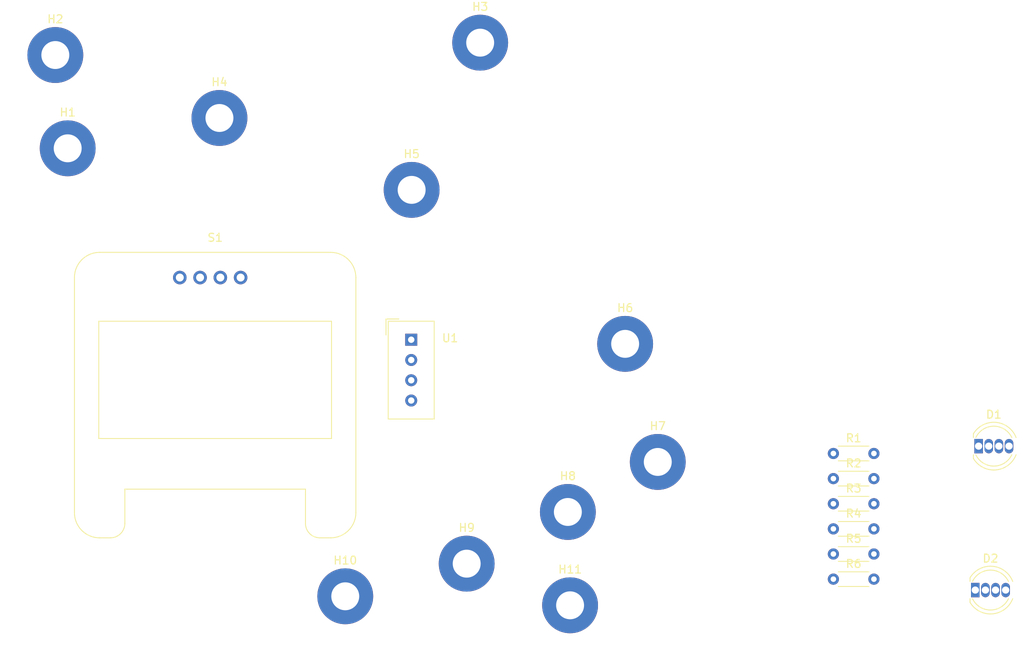
<source format=kicad_pcb>
(kicad_pcb (version 20241229) (generator "pcbnew") (generator_version "9.0")
  (layers (0 "F.Cu" signal) (2 "B.Cu" signal) (13 "F.Paste" user) (15 "B.Paste" user) (5 "F.SilkS" user "F.Silkscreen") (7 "B.SilkS" user "B.Silkscreen") (1 "F.Mask" user) (3 "B.Mask" user) (25 "Edge.Cuts" user))
  (net 0 "")
  (net 1 "Net-(D1-RK)")
  (net 2 "Net-(D1-GK)")
  (net 3 "Net-(D1-A)")
  (net 4 "Net-(D1-BK)")
  (net 5 "Net-(D2-BK)")
  (net 6 "Net-(D2-GK)")
  (net 7 "Net-(D2-RK)")
  (net 8 "Net-(S1-VCC)")
  (net 9 "Net-(H6-Pad1)")
  (net 10 "Net-(H7-Pad1)")
  (net 11 "Net-(H8-Pad1)")
  (net 12 "Net-(S1-SCL)")
  (net 13 "Net-(S1-SDA)")
  (net 14 "Net-(U1-DATA)")
  (net 16 "Net-(H9-Pad1)")
  (net 17 "Net-(H10-Pad1)")
  (net 18 "Net-(H11-Pad1)")
  (footprint "Sensor:Aosong_DHT11_5.5x12.0_P2.54mm" (layer "F.Cu") (at 99.2675 55.6625)
    (property "Reference" "U1" (at 4.87 -0.2 0) (layer "F.SilkS"))
    (property "Value" "DHT11")
    (fp_line (start -3.16 -2.6) (end -3.16 -0.6) (stroke (width 0.12)) (layer "F.SilkS"))
    (fp_line (start -3.16 -2.6) (end -1.55 -2.6) (stroke (width 0.12)) (layer "F.SilkS"))
    (fp_line (start -2.88 9.94) (end -2.88 -2.31) (stroke (width 0.12)) (layer "F.SilkS"))
    (fp_line (start -2.87 -2.32) (end 2.87 -2.32) (stroke (width 0.12)) (layer "F.SilkS"))
    (fp_line (start 2.88 -2.32) (end 2.88 9.94) (stroke (width 0.12)) (layer "F.SilkS"))
    (fp_line (start 2.88 9.94) (end -2.88 9.94) (stroke (width 0.12)) (layer "F.SilkS"))
    (pad "1" thru_hole rect (at 0 0) (size 1.5 1.5) (drill 0.8) (layers "*.Cu" "*.Mask") (net 8 "Net-(S1-VCC)"))
    (pad "2" thru_hole circle (at 0 2.54) (size 1.5 1.5) (drill 0.8) (layers "*.Cu" "*.Mask") (net 14 "Net-(U1-DATA)"))
    (pad "3" thru_hole circle (at 0 5.08) (size 1.5 1.5) (drill 0.8) (layers "*.Cu" "*.Mask"))
    (pad "4" thru_hole circle (at 0 7.62) (size 1.5 1.5) (drill 0.8) (layers "*.Cu" "*.Mask") (net 3 "Net-(D1-A)"))
  )
  (footprint "MountingHole:MountingHole_3.5mm_Pad" (layer "F.Cu") (at 130.17 70.98)
    (property "Reference" "H7" (at 0 -4.5 0) (layer "F.SilkS"))
    (property "Value" "MountingHole_Pad")
    (pad "1" thru_hole circle (at 0 0) (size 7 7) (drill 3.5) (layers "*.Cu" "*.Mask") (net 10 "Net-(H7-Pad1)"))
  )
  (footprint "Display_7Segment:Adafruit_SSD1306 0.96 12c" (layer "F.Cu") (at 65.802 47.87)
    (property "Reference" "S1" (at 8.89 -5 0) (layer "F.SilkS"))
    (property "Value" "SSD1306")
    (fp_line (start -8.746 0) (end -8.746 29.464) (stroke (width 0.12)) (layer "F.SilkS"))
    (fp_line (start -5.698 5.478) (end -5.698 20.176) (stroke (width 0.12)) (layer "F.SilkS"))
    (fp_line (start -5.698 5.478) (end 23.478 5.478) (stroke (width 0.12)) (layer "F.SilkS"))
    (fp_line (start -5.698 20.176) (end 23.478 20.176) (stroke (width 0.12)) (layer "F.SilkS"))
    (fp_line (start -4.238 32.622) (end -5.59 32.622) (stroke (width 0.12)) (layer "F.SilkS"))
    (fp_line (start -2.43 26.526) (end -2.43 30.814) (stroke (width 0.12)) (layer "F.SilkS"))
    (fp_line (start -2.43 26.526) (end 20.21 26.526) (stroke (width 0.12)) (layer "F.SilkS"))
    (fp_line (start 20.21 26.526) (end 20.21 30.814) (stroke (width 0.12)) (layer "F.SilkS"))
    (fp_line (start 22.018 32.622) (end 23.37 32.622) (stroke (width 0.12)) (layer "F.SilkS"))
    (fp_line (start 23.368 -3.158) (end -5.588 -3.158) (stroke (width 0.12)) (layer "F.SilkS"))
    (fp_line (start 23.478 5.478) (end 23.478 20.176) (stroke (width 0.12)) (layer "F.SilkS"))
    (fp_line (start 26.526 0) (end 26.526 29.464) (stroke (width 0.12)) (layer "F.SilkS"))
    (fp_arc (start -8.746 0) (mid -7.821043 -2.233043) (end -5.588 -3.158) (stroke (width 0.12)) (layer "F.SilkS"))
    (fp_arc (start -5.588 32.622) (mid -7.821043 31.697043) (end -8.746 29.464) (stroke (width 0.12)) (layer "F.SilkS"))
    (fp_arc (start -2.43 30.812) (mid -2.958137 32.091035) (end -4.236 32.622) (stroke (width 0.12)) (layer "F.SilkS"))
    (fp_arc (start 22.016 32.622) (mid 20.738137 32.091035) (end 20.21 30.812) (stroke (width 0.12)) (layer "F.SilkS"))
    (fp_arc (start 23.368 -3.158) (mid 25.601043 -2.233043) (end 26.526 0) (stroke (width 0.12)) (layer "F.SilkS"))
    (fp_arc (start 26.526 29.464) (mid 25.601043 31.697043) (end 23.368 32.622) (stroke (width 0.12)) (layer "F.SilkS"))
    (pad "" np_thru_hole circle (at -5.588 0) (size 2.7 2.7) (drill 2.7) (layers "*.Cu" "*.Mask"))
    (pad "" np_thru_hole circle (at -5.588 29.464) (size 2.7 2.7) (drill 2.7) (layers "*.Cu" "*.Mask"))
    (pad "" np_thru_hole circle (at 23.368 0) (size 2.7 2.7) (drill 2.7) (layers "*.Cu" "*.Mask"))
    (pad "" np_thru_hole circle (at 23.368 29.464) (size 2.7 2.7) (drill 2.7) (layers "*.Cu" "*.Mask"))
    (pad "1" thru_hole circle (at 4.46 0) (size 1.7 1.7) (drill 1) (layers "*.Cu" "*.Mask") (net 3 "Net-(D1-A)"))
    (pad "2" thru_hole circle (at 7 0) (size 1.7 1.7) (drill 1) (layers "*.Cu" "*.Mask") (net 8 "Net-(S1-VCC)"))
    (pad "3" thru_hole circle (at 9.54 0) (size 1.7 1.7) (drill 1) (layers "*.Cu" "*.Mask") (net 12 "Net-(S1-SCL)"))
    (pad "4" thru_hole circle (at 12.08 0) (size 1.7 1.7) (drill 1) (layers "*.Cu" "*.Mask") (net 13 "Net-(S1-SDA)"))
  )
  (footprint "MountingHole:MountingHole_3.5mm_Pad" (layer "F.Cu") (at 91 87.82)
    (property "Reference" "H10" (at 0 -4.5 0) (layer "F.SilkS"))
    (property "Value" "MountingHole_Pad")
    (pad "1" thru_hole circle (at 0 0) (size 7 7) (drill 3.5) (layers "*.Cu" "*.Mask") (net 17 "Net-(H10-Pad1)"))
  )
  (footprint "MountingHole:MountingHole_3.5mm_Pad" (layer "F.Cu") (at 56.21 31.67)
    (property "Reference" "H1" (at 0 -4.5 0) (layer "F.SilkS"))
    (property "Value" "MountingHole_Pad")
    (pad "1" thru_hole circle (at 0 0) (size 7 7) (drill 3.5) (layers "*.Cu" "*.Mask") (net 3 "Net-(D1-A)"))
  )
  (footprint "MountingHole:MountingHole_3.5mm_Pad" (layer "F.Cu") (at 106.22 83.73)
    (property "Reference" "H9" (at 0 -4.5 0) (layer "F.SilkS"))
    (property "Value" "MountingHole_Pad")
    (pad "1" thru_hole circle (at 0 0) (size 7 7) (drill 3.5) (layers "*.Cu" "*.Mask") (net 16 "Net-(H9-Pad1)"))
  )
  (footprint "MountingHole:MountingHole_3.5mm_Pad" (layer "F.Cu") (at 54.66 19.98)
    (property "Reference" "H2" (at 0 -4.5 0) (layer "F.SilkS"))
    (property "Value" "MountingHole_Pad")
    (pad "1" thru_hole circle (at 0 0) (size 7 7) (drill 3.5) (layers "*.Cu" "*.Mask") (net 8 "Net-(S1-VCC)"))
  )
  (footprint "LED_THT:LED_D5.0mm-4_RGB" (layer "F.Cu") (at 170.385 69)
    (property "Reference" "D1" (at 1.905 -3.96 0) (layer "F.SilkS"))
    (property "Value" "LED_RAGB")
    (fp_line (start -0.655 -1.545) (end -0.655 -1.08) (stroke (width 0.12)) (layer "F.SilkS"))
    (fp_line (start -0.655 1.08) (end -0.655 1.545) (stroke (width 0.12)) (layer "F.SilkS"))
    (fp_arc (start -0.655 -1.54483) (mid 2.163858 -2.978774) (end 4.693107 -1.080075) (stroke (width 0.12)) (layer "F.SilkS"))
    (fp_arc (start -0.349684 -1.08) (mid 1.904967 -2.5) (end 4.159656 -1.080059) (stroke (width 0.12)) (layer "F.SilkS"))
    (fp_arc (start 4.159656 1.080059) (mid 1.904967 2.5) (end -0.349684 1.08) (stroke (width 0.12)) (layer "F.SilkS"))
    (fp_arc (start 4.693107 1.080075) (mid 2.163858 2.978774) (end -0.655 1.54483) (stroke (width 0.12)) (layer "F.SilkS"))
    (pad "1" thru_hole rect (at 0 0) (size 1.07 1.8) (drill 0.9) (layers "*.Cu" "*.Mask") (net 1 "Net-(D1-RK)"))
    (pad "2" thru_hole oval (at 1.27 0) (size 1.07 1.8) (drill 0.9) (layers "*.Cu" "*.Mask") (net 3 "Net-(D1-A)"))
    (pad "3" thru_hole oval (at 2.54 0) (size 1.07 1.8) (drill 0.9) (layers "*.Cu" "*.Mask") (net 2 "Net-(D1-GK)"))
    (pad "4" thru_hole oval (at 3.81 0) (size 1.07 1.8) (drill 0.9) (layers "*.Cu" "*.Mask") (net 4 "Net-(D1-BK)"))
  )
  (footprint "Resistor_THT:R_Axial_DIN0204_L3.6mm_D1.6mm_P5.08mm_Horizontal" (layer "F.Cu") (at 152.18 85.67)
    (property "Reference" "R6" (at 2.54 -1.92 0) (layer "F.SilkS"))
    (property "Value" "220")
    (fp_line (start 0.62 -0.92) (end 4.46 -0.92) (stroke (width 0.12)) (layer "F.SilkS"))
    (fp_line (start 0.62 0.92) (end 4.46 0.92) (stroke (width 0.12)) (layer "F.SilkS"))
    (pad "1" thru_hole circle (at 0 0) (size 1.4 1.4) (drill 0.7) (layers "*.Cu" "*.Mask") (net 18 "Net-(H11-Pad1)"))
    (pad "2" thru_hole oval (at 5.08 0) (size 1.4 1.4) (drill 0.7) (layers "*.Cu" "*.Mask") (net 5 "Net-(D2-BK)"))
  )
  (footprint "MountingHole:MountingHole_3.5mm_Pad" (layer "F.Cu") (at 107.91 18.43)
    (property "Reference" "H3" (at 0 -4.5 0) (layer "F.SilkS"))
    (property "Value" "MountingHole_Pad")
    (pad "1" thru_hole circle (at 0 0) (size 7 7) (drill 3.5) (layers "*.Cu" "*.Mask") (net 14 "Net-(U1-DATA)"))
  )
  (footprint "Resistor_THT:R_Axial_DIN0204_L3.6mm_D1.6mm_P5.08mm_Horizontal" (layer "F.Cu") (at 152.18 73.07)
    (property "Reference" "R2" (at 2.54 -1.92 0) (layer "F.SilkS"))
    (property "Value" "220")
    (fp_line (start 0.62 -0.92) (end 4.46 -0.92) (stroke (width 0.12)) (layer "F.SilkS"))
    (fp_line (start 0.62 0.92) (end 4.46 0.92) (stroke (width 0.12)) (layer "F.SilkS"))
    (pad "1" thru_hole circle (at 0 0) (size 1.4 1.4) (drill 0.7) (layers "*.Cu" "*.Mask") (net 10 "Net-(H7-Pad1)"))
    (pad "2" thru_hole oval (at 5.08 0) (size 1.4 1.4) (drill 0.7) (layers "*.Cu" "*.Mask") (net 2 "Net-(D1-GK)"))
  )
  (footprint "LED_THT:LED_D5.0mm-4_RGB" (layer "F.Cu") (at 169.965 87.04)
    (property "Reference" "D2" (at 1.905 -3.96 0) (layer "F.SilkS"))
    (property "Value" "LED_RAGB")
    (fp_line (start -0.655 -1.545) (end -0.655 -1.08) (stroke (width 0.12)) (layer "F.SilkS"))
    (fp_line (start -0.655 1.08) (end -0.655 1.545) (stroke (width 0.12)) (layer "F.SilkS"))
    (fp_arc (start -0.655 -1.54483) (mid 2.163858 -2.978774) (end 4.693107 -1.080075) (stroke (width 0.12)) (layer "F.SilkS"))
    (fp_arc (start -0.349684 -1.08) (mid 1.904967 -2.5) (end 4.159656 -1.080059) (stroke (width 0.12)) (layer "F.SilkS"))
    (fp_arc (start 4.159656 1.080059) (mid 1.904967 2.5) (end -0.349684 1.08) (stroke (width 0.12)) (layer "F.SilkS"))
    (fp_arc (start 4.693107 1.080075) (mid 2.163858 2.978774) (end -0.655 1.54483) (stroke (width 0.12)) (layer "F.SilkS"))
    (pad "1" thru_hole rect (at 0 0) (size 1.07 1.8) (drill 0.9) (layers "*.Cu" "*.Mask") (net 7 "Net-(D2-RK)"))
    (pad "2" thru_hole oval (at 1.27 0) (size 1.07 1.8) (drill 0.9) (layers "*.Cu" "*.Mask") (net 3 "Net-(D1-A)"))
    (pad "3" thru_hole oval (at 2.54 0) (size 1.07 1.8) (drill 0.9) (layers "*.Cu" "*.Mask") (net 6 "Net-(D2-GK)"))
    (pad "4" thru_hole oval (at 3.81 0) (size 1.07 1.8) (drill 0.9) (layers "*.Cu" "*.Mask") (net 5 "Net-(D2-BK)"))
  )
  (footprint "MountingHole:MountingHole_3.5mm_Pad" (layer "F.Cu") (at 75.23 27.87)
    (property "Reference" "H4" (at 0 -4.5 0) (layer "F.SilkS"))
    (property "Value" "MountingHole_Pad")
    (pad "1" thru_hole circle (at 0 0) (size 7 7) (drill 3.5) (layers "*.Cu" "*.Mask") (net 12 "Net-(S1-SCL)"))
  )
  (footprint "Resistor_THT:R_Axial_DIN0204_L3.6mm_D1.6mm_P5.08mm_Horizontal" (layer "F.Cu") (at 152.18 82.52)
    (property "Reference" "R5" (at 2.54 -1.92 0) (layer "F.SilkS"))
    (property "Value" "220")
    (fp_line (start 0.62 -0.92) (end 4.46 -0.92) (stroke (width 0.12)) (layer "F.SilkS"))
    (fp_line (start 0.62 0.92) (end 4.46 0.92) (stroke (width 0.12)) (layer "F.SilkS"))
    (pad "1" thru_hole circle (at 0 0) (size 1.4 1.4) (drill 0.7) (layers "*.Cu" "*.Mask") (net 17 "Net-(H10-Pad1)"))
    (pad "2" thru_hole oval (at 5.08 0) (size 1.4 1.4) (drill 0.7) (layers "*.Cu" "*.Mask") (net 6 "Net-(D2-GK)"))
  )
  (footprint "Resistor_THT:R_Axial_DIN0204_L3.6mm_D1.6mm_P5.08mm_Horizontal" (layer "F.Cu") (at 152.18 76.22)
    (property "Reference" "R3" (at 2.54 -1.92 0) (layer "F.SilkS"))
    (property "Value" "220")
    (fp_line (start 0.62 -0.92) (end 4.46 -0.92) (stroke (width 0.12)) (layer "F.SilkS"))
    (fp_line (start 0.62 0.92) (end 4.46 0.92) (stroke (width 0.12)) (layer "F.SilkS"))
    (pad "1" thru_hole circle (at 0 0) (size 1.4 1.4) (drill 0.7) (layers "*.Cu" "*.Mask") (net 11 "Net-(H8-Pad1)"))
    (pad "2" thru_hole oval (at 5.08 0) (size 1.4 1.4) (drill 0.7) (layers "*.Cu" "*.Mask") (net 4 "Net-(D1-BK)"))
  )
  (footprint "Resistor_THT:R_Axial_DIN0204_L3.6mm_D1.6mm_P5.08mm_Horizontal" (layer "F.Cu") (at 152.18 69.92)
    (property "Reference" "R1" (at 2.54 -1.92 0) (layer "F.SilkS"))
    (property "Value" "220")
    (fp_line (start 0.62 -0.92) (end 4.46 -0.92) (stroke (width 0.12)) (layer "F.SilkS"))
    (fp_line (start 0.62 0.92) (end 4.46 0.92) (stroke (width 0.12)) (layer "F.SilkS"))
    (pad "1" thru_hole circle (at 0 0) (size 1.4 1.4) (drill 0.7) (layers "*.Cu" "*.Mask") (net 9 "Net-(H6-Pad1)"))
    (pad "2" thru_hole oval (at 5.08 0) (size 1.4 1.4) (drill 0.7) (layers "*.Cu" "*.Mask") (net 1 "Net-(D1-RK)"))
  )
  (footprint "MountingHole:MountingHole_3.5mm_Pad" (layer "F.Cu") (at 118.9 77.25)
    (property "Reference" "H8" (at 0 -4.5 0) (layer "F.SilkS"))
    (property "Value" "MountingHole_Pad")
    (pad "1" thru_hole circle (at 0 0) (size 7 7) (drill 3.5) (layers "*.Cu" "*.Mask") (net 11 "Net-(H8-Pad1)"))
  )
  (footprint "MountingHole:MountingHole_3.5mm_Pad" (layer "F.Cu") (at 126.08 56.18)
    (property "Reference" "H6" (at 0 -4.5 0) (layer "F.SilkS"))
    (property "Value" "MountingHole_Pad")
    (pad "1" thru_hole circle (at 0 0) (size 7 7) (drill 3.5) (layers "*.Cu" "*.Mask") (net 9 "Net-(H6-Pad1)"))
  )
  (footprint "MountingHole:MountingHole_3.5mm_Pad" (layer "F.Cu") (at 119.18 88.95)
    (property "Reference" "H11" (at 0 -4.5 0) (layer "F.SilkS"))
    (property "Value" "MountingHole_Pad")
    (pad "1" thru_hole circle (at 0 0) (size 7 7) (drill 3.5) (layers "*.Cu" "*.Mask") (net 18 "Net-(H11-Pad1)"))
  )
  (footprint "Resistor_THT:R_Axial_DIN0204_L3.6mm_D1.6mm_P5.08mm_Horizontal" (layer "F.Cu") (at 152.18 79.37)
    (property "Reference" "R4" (at 2.54 -1.92 0) (layer "F.SilkS"))
    (property "Value" "220")
    (fp_line (start 0.62 -0.92) (end 4.46 -0.92) (stroke (width 0.12)) (layer "F.SilkS"))
    (fp_line (start 0.62 0.92) (end 4.46 0.92) (stroke (width 0.12)) (layer "F.SilkS"))
    (pad "1" thru_hole circle (at 0 0) (size 1.4 1.4) (drill 0.7) (layers "*.Cu" "*.Mask") (net 16 "Net-(H9-Pad1)"))
    (pad "2" thru_hole oval (at 5.08 0) (size 1.4 1.4) (drill 0.7) (layers "*.Cu" "*.Mask") (net 7 "Net-(D2-RK)"))
  )
  (footprint "MountingHole:MountingHole_3.5mm_Pad" (layer "F.Cu") (at 99.32 36.88)
    (property "Reference" "H5" (at 0 -4.5 0) (layer "F.SilkS"))
    (property "Value" "MountingHole_Pad")
    (pad "1" thru_hole circle (at 0 0) (size 7 7) (drill 3.5) (layers "*.Cu" "*.Mask") (net 13 "Net-(S1-SDA)"))
  )
)
</source>
